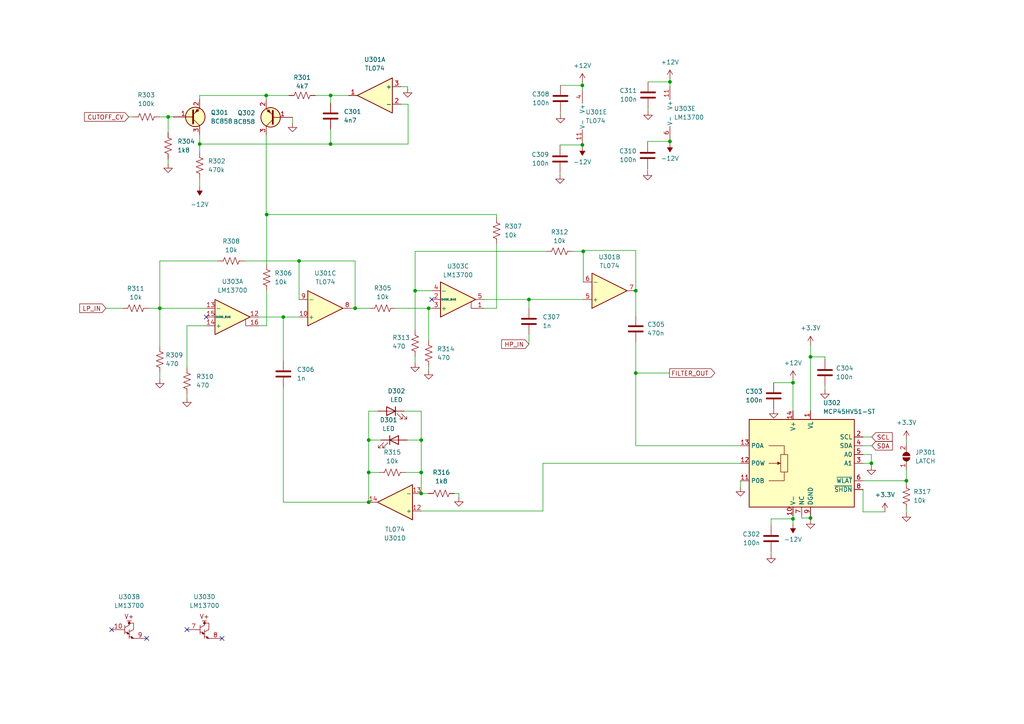
<source format=kicad_sch>
(kicad_sch (version 20230121) (generator eeschema)
  (paper "A4")
  (lib_symbols
    (symbol "Amplifier_Operational:LM13700" (pin_names (offset 0.127))
      (property "Reference" "U" (at 3.81 5.08 0))
      (property "Value" "LM13700" (at 5.08 -5.08 0))
      (symbol "LM13700_1_1"
        (polyline (pts (xy 3.81 -0.635) (xy 3.81 -2.54) (xy 5.08 -2.54)))
        (polyline (pts (xy 5.08 0) (xy -5.08 -5.08) (xy -5.08 5.08) (xy 5.08 0)) (stroke (width 0.254)) (fill (type background)))
        (pin output line (at 7.62 0 180) (length 2.54) (name "~") (number "12"))
        (pin input line (at -7.62 2.54 0) (length 2.54) (name "-") (number "13"))
        (pin input line (at -7.62 -2.54 0) (length 2.54) (name "+") (number "14"))
        (pin input line (at -7.62 0 0) (length 2.54) (name "DIODE_BIAS") (number "15"))
        (pin input line (at 7.62 -2.54 180) (length 2.54) (name "~") (number "16"))
      )
      (symbol "LM13700_2_0"
        (polyline (pts (xy -1.905 2.54) (xy -3.175 2.54)))
      )
      (symbol "LM13700_2_1"
        (circle (center -2.54 1.905) (radius 0.254) (stroke (width 0.254)) (fill (type outline)))
        (polyline (pts (xy -3.81 -0.635) (xy -2.54 -1.27)))
        (polyline (pts (xy -3.81 1.27) (xy -3.81 -1.27)))
        (polyline (pts (xy -2.54 -1.905) (xy -1.27 -2.54)))
        (polyline (pts (xy -2.54 0) (xy -2.54 -2.54)))
        (polyline (pts (xy -3.81 0.635) (xy -2.54 1.27) (xy -2.54 1.905) (xy -2.54 2.54)))
        (polyline (pts (xy -2.54 -1.27) (xy -3.175 -0.635) (xy -3.175 -1.27) (xy -2.54 -1.27)) (fill (type outline)))
        (polyline (pts (xy -2.54 -0.635) (xy -1.27 0) (xy -1.27 1.905) (xy -2.54 1.905)))
        (polyline (pts (xy -1.27 -2.54) (xy -1.905 -1.905) (xy -1.905 -2.54) (xy -1.27 -2.54)) (fill (type outline)))
        (text "V+" (at -2.54 3.81 0) (effects (font (size 1.27 1.27))))
        (pin input line (at -7.62 0 0) (length 3.81) (name "~") (number "10"))
        (pin output line (at 2.54 -2.54 180) (length 3.81) (name "~") (number "9"))
      )
      (symbol "LM13700_3_1"
        (polyline (pts (xy 3.81 -0.635) (xy 3.81 -2.54) (xy 5.08 -2.54)))
        (polyline (pts (xy 5.08 0) (xy -5.08 -5.08) (xy -5.08 5.08) (xy 5.08 0)) (stroke (width 0.254)) (fill (type background)))
        (pin input line (at 7.62 -2.54 180) (length 2.54) (name "~") (number "1"))
        (pin input line (at -7.62 0 0) (length 2.54) (name "DIODE_BIAS") (number "2"))
        (pin input line (at -7.62 -2.54 0) (length 2.54) (name "+") (number "3"))
        (pin input line (at -7.62 2.54 0) (length 2.54) (name "-") (number "4"))
        (pin output line (at 7.62 0 180) (length 2.54) (name "~") (number "5"))
      )
      (symbol "LM13700_4_0"
        (polyline (pts (xy -3.175 2.54) (xy -1.905 2.54)))
        (text "V+" (at -2.54 3.81 0) (effects (font (size 1.27 1.27))))
      )
      (symbol "LM13700_4_1"
        (circle (center -2.54 1.905) (radius 0.254) (stroke (width 0.254)) (fill (type outline)))
        (polyline (pts (xy -3.81 -0.635) (xy -2.54 -1.27)))
        (polyline (pts (xy -3.81 1.27) (xy -3.81 -1.27)))
        (polyline (pts (xy -2.54 -1.905) (xy -1.27 -2.54)))
        (polyline (pts (xy -2.54 0) (xy -2.54 -2.54)))
        (polyline (pts (xy -3.81 0.635) (xy -2.54 1.27) (xy -2.54 2.54)))
        (polyline (pts (xy -2.54 -1.27) (xy -3.175 -0.635) (xy -3.175 -1.27) (xy -2.54 -1.27)) (fill (type outline)))
        (polyline (pts (xy -2.54 -0.635) (xy -1.27 0) (xy -1.27 1.905) (xy -2.54 1.905)))
        (polyline (pts (xy -1.27 -2.54) (xy -1.905 -1.905) (xy -1.905 -2.54) (xy -1.27 -2.54)) (fill (type outline)))
        (pin input line (at -7.62 0 0) (length 3.81) (name "~") (number "7"))
        (pin output line (at 2.54 -2.54 180) (length 3.81) (name "~") (number "8"))
      )
      (symbol "LM13700_5_1"
        (pin power_in line (at -2.54 7.62 270) (length 3.81) (name "V+") (number "11"))
        (pin power_in line (at -2.54 -7.62 90) (length 3.81) (name "V-") (number "6"))
      )
    )
    (symbol "Amplifier_Operational:TL074" (pin_names (offset 0.127))
      (property "Reference" "U" (at 0 5.08 0))
      (property "Value" "TL074" (at 0 -5.08 0))
      (symbol "TL074_1_1"
        (polyline (pts (xy -5.08 5.08) (xy 5.08 0) (xy -5.08 -5.08) (xy -5.08 5.08)) (stroke (width 0.254)) (fill (type background)))
        (pin output line (at 7.62 0 180) (length 2.54) (name "~") (number "1"))
        (pin input line (at -7.62 -2.54 0) (length 2.54) (name "-") (number "2"))
        (pin input line (at -7.62 2.54 0) (length 2.54) (name "+") (number "3"))
      )
      (symbol "TL074_2_1"
        (polyline (pts (xy -5.08 5.08) (xy 5.08 0) (xy -5.08 -5.08) (xy -5.08 5.08)) (stroke (width 0.254)) (fill (type background)))
        (pin input line (at -7.62 2.54 0) (length 2.54) (name "+") (number "5"))
        (pin input line (at -7.62 -2.54 0) (length 2.54) (name "-") (number "6"))
        (pin output line (at 7.62 0 180) (length 2.54) (name "~") (number "7"))
      )
      (symbol "TL074_3_1"
        (polyline (pts (xy -5.08 5.08) (xy 5.08 0) (xy -5.08 -5.08) (xy -5.08 5.08)) (stroke (width 0.254)) (fill (type background)))
        (pin input line (at -7.62 2.54 0) (length 2.54) (name "+") (number "10"))
        (pin output line (at 7.62 0 180) (length 2.54) (name "~") (number "8"))
        (pin input line (at -7.62 -2.54 0) (length 2.54) (name "-") (number "9"))
      )
      (symbol "TL074_4_1"
        (polyline (pts (xy -5.08 5.08) (xy 5.08 0) (xy -5.08 -5.08) (xy -5.08 5.08)) (stroke (width 0.254)) (fill (type background)))
        (pin input line (at -7.62 2.54 0) (length 2.54) (name "+") (number "12"))
        (pin input line (at -7.62 -2.54 0) (length 2.54) (name "-") (number "13"))
        (pin output line (at 7.62 0 180) (length 2.54) (name "~") (number "14"))
      )
      (symbol "TL074_5_1"
        (pin power_in line (at -2.54 -7.62 90) (length 3.81) (name "V-") (number "11"))
        (pin power_in line (at -2.54 7.62 270) (length 3.81) (name "V+") (number "4"))
      )
    )
    (symbol "Device:C" (pin_numbers hide) (pin_names (offset 0.254))
      (property "Reference" "C" (at 0.635 2.54 0))
      (property "Value" "C" (at 0.635 -2.54 0))
      (symbol "C_0_1"
        (polyline (pts (xy -2.032 -0.762) (xy 2.032 -0.762)) (stroke (width 0.508)))
        (polyline (pts (xy -2.032 0.762) (xy 2.032 0.762)) (stroke (width 0.508)))
      )
      (symbol "C_1_1"
        (pin passive line (at 0 3.81 270) (length 2.794) (name "~") (number "1"))
        (pin passive line (at 0 -3.81 90) (length 2.794) (name "~") (number "2"))
      )
    )
    (symbol "Device:LED" (pin_numbers hide) (pin_names (offset 1.016) hide)
      (property "Reference" "D" (at 0 2.54 0))
      (property "Value" "LED" (at 0 -2.54 0))
      (symbol "LED_0_1"
        (polyline (pts (xy -1.27 -1.27) (xy -1.27 1.27)) (stroke (width 0.254)))
        (polyline (pts (xy -1.27 0) (xy 1.27 0)))
        (polyline (pts (xy 1.27 -1.27) (xy 1.27 1.27) (xy -1.27 0) (xy 1.27 -1.27)) (stroke (width 0.254)))
        (polyline (pts (xy -3.048 -0.762) (xy -4.572 -2.286) (xy -3.81 -2.286) (xy -4.572 -2.286) (xy -4.572 -1.524)))
        (polyline (pts (xy -1.778 -0.762) (xy -3.302 -2.286) (xy -2.54 -2.286) (xy -3.302 -2.286) (xy -3.302 -1.524)))
      )
      (symbol "LED_1_1"
        (pin passive line (at -3.81 0 0) (length 2.54) (name "K") (number "1"))
        (pin passive line (at 3.81 0 180) (length 2.54) (name "A") (number "2"))
      )
    )
    (symbol "Device:R_US" (pin_numbers hide) (pin_names (offset 0))
      (property "Reference" "R" (at 2.54 0 90))
      (property "Value" "R_US" (at -2.54 0 90))
      (symbol "R_US_0_1"
        (polyline (pts (xy 0 -2.286) (xy 0 -2.54)))
        (polyline (pts (xy 0 2.286) (xy 0 2.54)))
        (polyline (pts (xy 0 -0.762) (xy 1.016 -1.143) (xy 0 -1.524) (xy -1.016 -1.905) (xy 0 -2.286)))
        (polyline (pts (xy 0 0.762) (xy 1.016 0.381) (xy 0 0) (xy -1.016 -0.381) (xy 0 -0.762)))
        (polyline (pts (xy 0 2.286) (xy 1.016 1.905) (xy 0 1.524) (xy -1.016 1.143) (xy 0 0.762)))
      )
      (symbol "R_US_1_1"
        (pin passive line (at 0 3.81 270) (length 1.27) (name "~") (number "1"))
        (pin passive line (at 0 -3.81 90) (length 1.27) (name "~") (number "2"))
      )
    )
    (symbol "Jumper:SolderJumper_2_Open" (pin_names (offset 0) hide)
      (property "Reference" "JP" (at 0 2.032 0))
      (property "Value" "SolderJumper_2_Open" (at 0 -2.54 0))
      (symbol "SolderJumper_2_Open_0_1"
        (arc (start -0.254 1.016) (mid -1.2656 0) (end -0.254 -1.016))
        (arc (start -0.254 1.016) (mid -1.2656 0) (end -0.254 -1.016) (fill (type outline)))
        (polyline (pts (xy -0.254 1.016) (xy -0.254 -1.016)))
        (polyline (pts (xy 0.254 1.016) (xy 0.254 -1.016)))
        (arc (start 0.254 -1.016) (mid 1.2656 0) (end 0.254 1.016))
        (arc (start 0.254 -1.016) (mid 1.2656 0) (end 0.254 1.016) (fill (type outline)))
      )
      (symbol "SolderJumper_2_Open_1_1"
        (pin passive line (at -3.81 0 0) (length 2.54) (name "A") (number "1"))
        (pin passive line (at 3.81 0 180) (length 2.54) (name "B") (number "2"))
      )
    )
    (symbol "PCM_Transistor_BJT_AKL:BC858" (pin_names hide)
      (property "Reference" "Q" (at 5.08 1.27 0))
      (property "Value" "BC858" (at 5.08 -1.27 0))
      (symbol "BC858_0_1"
        (polyline (pts (xy 0.635 -0.635) (xy 2.54 -2.54)))
        (polyline (pts (xy 0.635 -1.905) (xy 0.635 1.905) (xy 0.635 1.905)) (stroke (width 0.508)))
        (polyline (pts (xy 0.635 0.635) (xy 2.54 2.54) (xy 2.54 2.54)))
        (polyline (pts (xy 2.286 1.778) (xy 1.778 2.286) (xy 1.27 1.27) (xy 2.286 1.778) (xy 2.286 1.778)) (fill (type outline)))
        (circle (center 1.27 0) (radius 2.8194) (stroke (width 0.254)) (fill (type background)))
      )
      (symbol "BC858_1_1"
        (pin input line (at -5.08 0 0) (length 5.715) (name "B") (number "1"))
        (pin passive line (at 2.54 5.08 270) (length 2.54) (name "E") (number "2"))
        (pin passive line (at 2.54 -5.08 90) (length 2.54) (name "C") (number "3"))
      )
    )
    (symbol "Potentiometer_Digital:MCP45HV51-ST"
      (property "Reference" "U" (at -13.97 13.97 0))
      (property "Value" "MCP45HV51-ST" (at 11.43 13.97 0))
      (symbol "MCP45HV51-ST_0_1"
        (polyline (pts (xy 9.525 0) (xy 6.223 0)))
        (polyline (pts (xy 5.08 -2.54) (xy 5.08 -5.08) (xy 9.525 -5.08)))
        (polyline (pts (xy 5.08 2.54) (xy 5.08 5.08) (xy 9.525 5.08)))
        (polyline (pts (xy 6.223 0) (xy 6.985 0.381) (xy 6.985 -0.381) (xy 6.223 0)) (fill (type outline)))
        (polyline (pts (xy 6.096 2.54) (xy 4.064 2.54) (xy 4.064 -2.54) (xy 6.096 -2.54) (xy 6.096 2.54)))
      )
      (symbol "MCP45HV51-ST_1_1"
        (rectangle (start -15.24 12.7) (end 15.24 -12.7) (stroke (width 0.254)) (fill (type background)))
        (pin power_in line (at -2.54 15.24 270) (length 2.54) (name "VL") (number "1"))
        (pin power_in line (at 2.54 -15.24 90) (length 2.54) (name "V-") (number "10"))
        (pin passive line (at 17.78 -5.08 180) (length 2.54) (name "P0B") (number "11"))
        (pin passive line (at 17.78 0 180) (length 2.54) (name "P0W") (number "12"))
        (pin passive line (at 17.78 5.08 180) (length 2.54) (name "P0A") (number "13"))
        (pin power_in line (at 2.54 15.24 270) (length 2.54) (name "V+") (number "14"))
        (pin input line (at -17.78 7.62 0) (length 2.54) (name "SCL") (number "2"))
        (pin input line (at -17.78 0 0) (length 2.54) (name "A1") (number "3"))
        (pin bidirectional line (at -17.78 5.08 0) (length 2.54) (name "SDA") (number "4"))
        (pin input line (at -17.78 2.54 0) (length 2.54) (name "A0") (number "5"))
        (pin input line (at -17.78 -5.08 0) (length 2.54) (name "~{WLAT}") (number "6"))
        (pin passive line (at 0 -15.24 90) (length 2.54) (name "NC") (number "7"))
        (pin input line (at -17.78 -7.62 0) (length 2.54) (name "~{SHDN}") (number "8"))
        (pin power_in line (at -2.54 -15.24 90) (length 2.54) (name "DGND") (number "9"))
      )
    )
    (symbol "power:+12V" (power) (pin_names (offset 0))
      (property "Value" "+12V" (at 0 3.556 0))
      (symbol "+12V_0_1"
        (polyline (pts (xy -0.762 1.27) (xy 0 2.54)))
        (polyline (pts (xy 0 0) (xy 0 2.54)))
        (polyline (pts (xy 0 2.54) (xy 0.762 1.27)))
      )
      (symbol "+12V_1_1"
        (pin power_in line (at 0 0 90) (length 0) hide (name "+12V") (number "1"))
      )
    )
    (symbol "power:+3.3V" (power) (pin_names (offset 0))
      (property "Value" "+3.3V" (at 0 3.556 0))
      (symbol "+3.3V_0_1"
        (polyline (pts (xy -0.762 1.27) (xy 0 2.54)))
        (polyline (pts (xy 0 0) (xy 0 2.54)))
        (polyline (pts (xy 0 2.54) (xy 0.762 1.27)))
      )
      (symbol "+3.3V_1_1"
        (pin power_in line (at 0 0 90) (length 0) hide (name "+3.3V") (number "1"))
      )
    )
    (symbol "power:-12V" (power) (pin_names (offset 0))
      (property "Value" "-12V" (at 0 3.81 0))
      (symbol "-12V_0_0"
        (pin power_in line (at 0 0 90) (length 0) hide (name "-12V") (number "1"))
      )
      (symbol "-12V_0_1"
        (polyline (pts (xy 0 0) (xy 0 1.27) (xy 0.762 1.27) (xy 0 2.54) (xy -0.762 1.27) (xy 0 1.27)) (fill (type outline)))
      )
    )
    (symbol "power:GND" (power) (pin_names (offset 0))
      (symbol "GND_0_1"
        (polyline (pts (xy 0 0) (xy 0 -1.27) (xy 1.27 -1.27) (xy 0 -2.54) (xy -1.27 -1.27) (xy 0 -1.27)))
      )
      (symbol "GND_1_1"
        (pin power_in line (at 0 0 270) (length 0) hide (name "GND") (number "1"))
      )
    )
  )
  (junction (at 122.174 137.033))
  (junction (at 57.912 41.783))
  (junction (at 48.768 33.909))
  (junction (at 184.404 108.204))
  (junction (at 168.91 24.765))
  (junction (at 235.077 150.241))
  (junction (at 229.997 110.998))
  (junction (at 194.31 23.749))
  (junction (at 252.73 134.366))
  (junction (at 229.997 150.495))
  (junction (at 77.343 62.23))
  (junction (at 95.885 41.783))
  (junction (at 46.355 89.408))
  (junction (at 153.416 86.868))
  (junction (at 102.997 89.408))
  (junction (at 124.333 89.408))
  (junction (at 169.164 72.898))
  (junction (at 86.741 75.692))
  (junction (at 106.934 137.033))
  (junction (at 194.31 41.021))
  (junction (at 262.89 139.446))
  (junction (at 184.404 84.328))
  (junction (at 235.077 103.505))
  (junction (at 122.174 143.129))
  (junction (at 122.174 127.635))
  (junction (at 82.169 91.948))
  (junction (at 106.934 145.669))
  (junction (at 77.216 27.686))
  (junction (at 106.934 127.635))
  (junction (at 95.885 27.686))
  (junction (at 120.396 84.328))
  (junction (at 168.91 42.037))
  (no_connect (at 54.229 182.626))
  (no_connect (at 32.385 182.626))
  (no_connect (at 125.222 86.868))
  (no_connect (at 59.817 91.948))
  (no_connect (at 64.389 185.166))
  (no_connect (at 42.545 185.166))
  (wire (pts (xy 169.164 81.788) (xy 169.164 72.898)))
  (wire (pts (xy 117.602 137.033) (xy 122.174 137.033)))
  (wire (pts (xy 235.077 103.505) (xy 235.077 119.126)))
  (wire (pts (xy 162.433 42.291) (xy 162.433 42.037)))
  (wire (pts (xy 70.866 75.692) (xy 86.741 75.692)))
  (wire (pts (xy 229.997 150.495) (xy 229.997 152.019)))
  (wire (pts (xy 106.934 127.635) (xy 106.934 137.033)))
  (wire (pts (xy 262.89 139.446) (xy 262.89 140.081)))
  (wire (pts (xy 194.31 41.021) (xy 194.31 41.529)))
  (wire (pts (xy 262.89 147.701) (xy 262.89 148.717)))
  (wire (pts (xy 86.741 86.868) (xy 86.741 75.692)))
  (wire (pts (xy 82.169 112.268) (xy 82.169 145.669)))
  (wire (pts (xy 114.808 89.408) (xy 124.333 89.408)))
  (wire (pts (xy 102.997 89.408) (xy 107.188 89.408)))
  (wire (pts (xy 43.18 89.408) (xy 46.355 89.408)))
  (wire (pts (xy 82.169 91.948) (xy 75.057 91.948)))
  (wire (pts (xy 162.56 32.385) (xy 162.56 33.147)))
  (wire (pts (xy 252.73 134.366) (xy 252.73 135.128)))
  (wire (pts (xy 77.216 27.686) (xy 77.216 28.956)))
  (wire (pts (xy 250.317 126.746) (xy 252.857 126.746)))
  (wire (pts (xy 109.982 137.033) (xy 106.934 137.033)))
  (wire (pts (xy 162.433 49.911) (xy 162.433 50.673)))
  (wire (pts (xy 140.462 89.408) (xy 144.018 89.408)))
  (wire (pts (xy 116.332 25.146) (xy 118.237 25.146)))
  (wire (pts (xy 124.333 106.299) (xy 124.333 107.442)))
  (wire (pts (xy 106.934 137.033) (xy 106.934 145.669)))
  (wire (pts (xy 57.912 38.989) (xy 57.912 41.783)))
  (wire (pts (xy 77.343 94.488) (xy 77.343 84.328)))
  (wire (pts (xy 46.355 108.077) (xy 46.355 109.982)))
  (wire (pts (xy 232.537 150.241) (xy 235.077 150.241)))
  (wire (pts (xy 106.934 145.669) (xy 82.169 145.669)))
  (wire (pts (xy 224.409 110.998) (xy 229.997 110.998)))
  (wire (pts (xy 30.734 89.408) (xy 35.56 89.408)))
  (wire (pts (xy 168.91 24.765) (xy 168.91 26.162)))
  (wire (pts (xy 194.31 22.86) (xy 194.31 23.749)))
  (wire (pts (xy 223.647 150.495) (xy 229.997 150.495)))
  (wire (pts (xy 118.237 25.146) (xy 118.237 25.654)))
  (wire (pts (xy 262.89 127.508) (xy 262.89 128.651)))
  (wire (pts (xy 54.229 114.3) (xy 54.229 115.443)))
  (wire (pts (xy 168.91 42.037) (xy 168.91 42.545)))
  (wire (pts (xy 250.317 139.446) (xy 262.89 139.446)))
  (wire (pts (xy 106.934 119.253) (xy 106.934 127.635)))
  (wire (pts (xy 235.077 149.606) (xy 235.077 150.241)))
  (wire (pts (xy 224.409 118.618) (xy 224.409 118.745)))
  (wire (pts (xy 118.364 41.783) (xy 118.364 30.226)))
  (wire (pts (xy 120.396 84.328) (xy 125.222 84.328)))
  (wire (pts (xy 153.416 86.868) (xy 169.164 86.868)))
  (wire (pts (xy 122.174 127.635) (xy 122.174 137.033)))
  (wire (pts (xy 86.741 75.692) (xy 102.997 75.692)))
  (wire (pts (xy 214.757 134.366) (xy 157.48 134.366)))
  (wire (pts (xy 37.338 33.909) (xy 38.608 33.909)))
  (wire (pts (xy 48.768 33.909) (xy 50.292 33.909)))
  (wire (pts (xy 77.216 62.23) (xy 77.343 62.23)))
  (wire (pts (xy 235.077 100.076) (xy 235.077 103.505)))
  (wire (pts (xy 235.077 150.241) (xy 235.077 150.749)))
  (wire (pts (xy 250.317 141.986) (xy 250.317 148.463)))
  (wire (pts (xy 122.174 119.253) (xy 122.174 127.635)))
  (wire (pts (xy 101.981 89.408) (xy 102.997 89.408)))
  (wire (pts (xy 57.912 41.783) (xy 95.885 41.783)))
  (wire (pts (xy 54.229 106.68) (xy 54.229 94.488)))
  (wire (pts (xy 239.268 103.505) (xy 235.077 103.505)))
  (wire (pts (xy 124.333 89.408) (xy 124.333 98.679)))
  (wire (pts (xy 95.885 27.686) (xy 95.885 29.845)))
  (wire (pts (xy 162.433 42.037) (xy 168.91 42.037)))
  (wire (pts (xy 57.912 27.686) (xy 77.216 27.686)))
  (wire (pts (xy 54.229 94.488) (xy 59.817 94.488)))
  (wire (pts (xy 239.268 104.267) (xy 239.268 103.505)))
  (wire (pts (xy 95.885 41.783) (xy 118.364 41.783)))
  (wire (pts (xy 187.96 31.369) (xy 187.96 32.131)))
  (wire (pts (xy 120.396 103.378) (xy 120.396 105.283)))
  (wire (pts (xy 187.833 41.021) (xy 194.31 41.021)))
  (wire (pts (xy 122.174 137.033) (xy 122.174 143.129)))
  (wire (pts (xy 144.018 89.408) (xy 144.018 70.739)))
  (wire (pts (xy 168.91 41.402) (xy 168.91 42.037)))
  (wire (pts (xy 157.48 134.366) (xy 157.48 148.209)))
  (wire (pts (xy 158.496 72.898) (xy 120.396 72.898)))
  (wire (pts (xy 117.221 119.253) (xy 122.174 119.253)))
  (wire (pts (xy 102.997 75.692) (xy 102.997 89.408)))
  (wire (pts (xy 75.057 94.488) (xy 77.343 94.488)))
  (wire (pts (xy 184.404 99.187) (xy 184.404 108.204)))
  (wire (pts (xy 106.934 127.635) (xy 110.49 127.635)))
  (wire (pts (xy 84.836 34.036) (xy 84.836 35.687)))
  (wire (pts (xy 48.768 46.101) (xy 48.768 47.498)))
  (wire (pts (xy 239.268 111.887) (xy 239.268 113.03)))
  (wire (pts (xy 46.228 33.909) (xy 48.768 33.909)))
  (wire (pts (xy 120.396 72.898) (xy 120.396 84.328)))
  (wire (pts (xy 252.73 131.826) (xy 252.73 134.366)))
  (wire (pts (xy 86.741 91.948) (xy 82.169 91.948)))
  (wire (pts (xy 95.885 27.686) (xy 101.092 27.686)))
  (wire (pts (xy 250.317 131.826) (xy 252.73 131.826)))
  (wire (pts (xy 169.164 72.898) (xy 169.164 72.644)))
  (wire (pts (xy 124.333 89.408) (xy 125.222 89.408)))
  (wire (pts (xy 214.757 139.446) (xy 214.757 141.351)))
  (wire (pts (xy 118.11 127.635) (xy 122.174 127.635)))
  (wire (pts (xy 187.833 48.895) (xy 187.833 49.657)))
  (wire (pts (xy 133.096 143.129) (xy 133.096 144.272)))
  (wire (pts (xy 229.997 110.998) (xy 229.997 119.126)))
  (wire (pts (xy 122.174 148.209) (xy 157.48 148.209)))
  (wire (pts (xy 166.116 72.898) (xy 169.164 72.898)))
  (wire (pts (xy 140.462 86.868) (xy 153.416 86.868)))
  (wire (pts (xy 153.416 86.868) (xy 153.416 89.408)))
  (wire (pts (xy 250.317 129.286) (xy 252.857 129.286)))
  (wire (pts (xy 169.164 72.644) (xy 184.404 72.644)))
  (wire (pts (xy 48.768 33.909) (xy 48.768 38.481)))
  (wire (pts (xy 57.912 51.816) (xy 57.912 54.102)))
  (wire (pts (xy 229.997 149.606) (xy 229.997 150.495)))
  (wire (pts (xy 122.174 143.129) (xy 124.206 143.129)))
  (wire (pts (xy 95.885 37.465) (xy 95.885 41.783)))
  (wire (pts (xy 232.537 149.606) (xy 232.537 150.241)))
  (wire (pts (xy 184.404 91.567) (xy 184.404 84.328)))
  (wire (pts (xy 162.56 24.765) (xy 168.91 24.765)))
  (wire (pts (xy 118.364 30.226) (xy 116.332 30.226)))
  (wire (pts (xy 187.833 41.275) (xy 187.833 41.021)))
  (wire (pts (xy 262.89 136.271) (xy 262.89 139.446)))
  (wire (pts (xy 144.018 62.23) (xy 144.018 63.119)))
  (wire (pts (xy 57.912 41.783) (xy 57.912 44.196)))
  (wire (pts (xy 184.404 129.286) (xy 214.757 129.286)))
  (wire (pts (xy 184.404 108.204) (xy 194.183 108.204)))
  (wire (pts (xy 46.355 89.408) (xy 59.817 89.408)))
  (wire (pts (xy 82.169 91.948) (xy 82.169 104.648)))
  (wire (pts (xy 77.216 27.686) (xy 83.82 27.686)))
  (wire (pts (xy 46.355 75.692) (xy 63.246 75.692)))
  (wire (pts (xy 194.31 40.386) (xy 194.31 41.021)))
  (wire (pts (xy 77.343 62.23) (xy 77.343 76.708)))
  (wire (pts (xy 120.396 95.758) (xy 120.396 84.328)))
  (wire (pts (xy 229.997 110.109) (xy 229.997 110.998)))
  (wire (pts (xy 168.91 23.876) (xy 168.91 24.765)))
  (wire (pts (xy 250.317 148.463) (xy 256.667 148.463)))
  (wire (pts (xy 109.601 119.253) (xy 106.934 119.253)))
  (wire (pts (xy 46.355 100.457) (xy 46.355 89.408)))
  (wire (pts (xy 184.404 72.644) (xy 184.404 84.328)))
  (wire (pts (xy 184.404 108.204) (xy 184.404 129.286)))
  (wire (pts (xy 77.216 39.116) (xy 77.216 62.23)))
  (wire (pts (xy 187.96 23.749) (xy 194.31 23.749)))
  (wire (pts (xy 46.355 89.408) (xy 46.355 75.692)))
  (wire (pts (xy 194.31 23.749) (xy 194.31 25.146)))
  (wire (pts (xy 57.912 28.829) (xy 57.912 27.686)))
  (wire (pts (xy 223.647 152.4) (xy 223.647 150.495)))
  (wire (pts (xy 91.44 27.686) (xy 95.885 27.686)))
  (wire (pts (xy 77.343 62.23) (xy 144.018 62.23)))
  (wire (pts (xy 131.826 143.129) (xy 133.096 143.129)))
  (wire (pts (xy 223.647 160.02) (xy 223.647 160.782)))
  (wire (pts (xy 153.416 97.028) (xy 153.416 99.822)))
  (wire (pts (xy 250.317 134.366) (xy 252.73 134.366)))
  (global_label "HP_IN" (shape input) (at 153.416 99.822 180) (property "Intersheetrefs" "${INTERSHEET_REFS}" (effects hide)))
  (global_label "SDA" (shape input) (at 252.857 129.286 0) (property "Intersheetrefs" "${INTERSHEET_REFS}" (effects hide)))
  (global_label "SCL" (shape input) (at 252.857 126.746 0) (property "Intersheetrefs" "${INTERSHEET_REFS}" (effects hide)))
  (global_label "CUTOFF_CV" (shape input) (at 37.338 33.909 180) (property "Intersheetrefs" "${INTERSHEET_REFS}" (effects hide)))
  (global_label "LP_IN" (shape input) (at 30.734 89.408 180) (property "Intersheetrefs" "${INTERSHEET_REFS}" (effects hide)))
  (global_label "FILTER_OUT" (shape output) (at 194.183 108.204 0) (property "Intersheetrefs" "${INTERSHEET_REFS}" (effects hide)))
  (symbol (lib_id "Device:C") (at 162.56 28.575 0) (mirror y) (unit 1)
    (property "Reference" "C308" (at 159.385 27.305 0) (effects (justify left)))
    (property "Value" "100n" (at 159.385 29.845 0) (effects (justify left)))
    (property "Footprint" "Capacitor_SMD:C_0805_2012Metric" (effects hide))
  )
  (symbol (lib_id "power:GND") (at 239.268 113.03 0) (mirror y) (unit 1)
    (property "Reference" "#PWR0329" (effects hide))
    (property "Value" "GND" (effects hide))
  )
  (symbol (lib_id "power:GND") (at 214.757 141.351 0) (unit 1)
    (property "Reference" "#PWR0305" (effects hide))
    (property "Value" "GND" (effects hide))
  )
  (symbol (lib_id "power:+3.3V") (at 235.077 100.076 0) (unit 1)
    (property "Reference" "#PWR0328" (effects hide))
    (property "Value" "+3.3V" (at 235.077 95.123 0))
  )
  (symbol (lib_id "Device:R_US") (at 54.229 110.49 180) (unit 1)
    (property "Reference" "R310" (at 56.896 109.22 0) (effects (justify right)))
    (property "Value" "470" (at 56.896 111.76 0) (effects (justify right)))
    (property "Footprint" "PCM_Resistor_SMD_AKL:R_0805_2012Metric" (effects hide))
  )
  (symbol (lib_id "Device:LED") (at 114.3 127.635 0) (unit 1)
    (property "Reference" "D301" (at 112.7125 121.793 0))
    (property "Value" "LED" (at 112.7125 124.333 0))
    (property "Footprint" "LED_SMD:LED_0805_2012Metric" (effects hide))
  )
  (symbol (lib_id "Amplifier_Operational:TL074") (at 166.37 33.782 0) (mirror y) (unit 5)
    (property "Reference" "U301" (at 169.799 32.512 0) (effects (justify right)))
    (property "Value" "TL074" (at 169.799 35.052 0) (effects (justify right)))
    (property "Footprint" "Package_SO:SOIC-14_3.9x8.7mm_P1.27mm" (effects hide))
    (property "Datasheet" "http://www.ti.com/lit/ds/symlink/tl071.pdf" (effects hide))
  )
  (symbol (lib_id "power:+3.3V") (at 262.89 127.508 0) (unit 1)
    (property "Reference" "#PWR0321" (effects hide))
    (property "Value" "+3.3V" (at 262.89 122.555 0))
  )
  (symbol (lib_id "Device:R_US") (at 46.355 104.267 180) (unit 1)
    (property "Reference" "R309" (at 48.006 102.997 0) (effects (justify right)))
    (property "Value" "470" (at 48.006 105.537 0) (effects (justify right)))
    (property "Footprint" "PCM_Resistor_SMD_AKL:R_0805_2012Metric" (effects hide))
  )
  (symbol (lib_id "Amplifier_Operational:LM13700") (at 196.85 32.766 0) (unit 5)
    (property "Reference" "U303" (at 195.453 31.496 0) (effects (justify left)))
    (property "Value" "LM13700" (at 195.453 34.036 0) (effects (justify left)))
    (property "Footprint" "Package_SO:SOIC-16_3.9x9.9mm_P1.27mm" (effects hide))
    (property "Datasheet" "http://www.ti.com/lit/ds/symlink/lm13700.pdf" (effects hide))
  )
  (symbol (lib_id "power:GND") (at 120.396 105.283 0) (unit 1)
    (property "Reference" "#PWR0312" (effects hide))
    (property "Value" "GND" (effects hide))
  )
  (symbol (lib_id "Device:C") (at 82.169 108.458 0) (unit 1)
    (property "Reference" "C306" (at 86.106 107.188 0) (effects (justify left)))
    (property "Value" "1n" (at 86.106 109.728 0) (effects (justify left)))
    (property "Footprint" "Capacitor_SMD:C_0805_2012Metric" (effects hide))
  )
  (symbol (lib_id "Device:R_US") (at 57.912 48.006 180) (unit 1)
    (property "Reference" "R302" (at 60.325 46.736 0) (effects (justify right)))
    (property "Value" "470k" (at 60.325 49.276 0) (effects (justify right)))
    (property "Footprint" "PCM_Resistor_SMD_AKL:R_0805_2012Metric" (effects hide))
  )
  (symbol (lib_id "power:GND") (at 133.096 144.272 0) (unit 1)
    (property "Reference" "#PWR0316" (effects hide))
    (property "Value" "GND" (effects hide))
  )
  (symbol (lib_id "Potentiometer_Digital:MCP45HV51-ST") (at 232.537 134.366 0) (mirror y) (unit 1)
    (property "Reference" "U302" (at 238.7031 116.84 0) (effects (justify right)))
    (property "Value" "MCP45HV51-ST" (at 238.7031 119.38 0) (effects (justify right)))
    (property "Footprint" "Package_SO:TSSOP-14_4.4x5mm_P0.65mm" (effects hide))
    (property "Datasheet" "http://ww1.microchip.com/downloads/en/DeviceDoc/20005304A.pdf" (effects hide))
  )
  (symbol (lib_id "Device:C") (at 184.404 95.377 0) (unit 1)
    (property "Reference" "C305" (at 187.706 94.107 0) (effects (justify left)))
    (property "Value" "470n" (at 187.706 96.647 0) (effects (justify left)))
    (property "Footprint" "Capacitor_SMD:C_0805_2012Metric" (effects hide))
  )
  (symbol (lib_id "power:GND") (at 84.836 35.687 0) (unit 1)
    (property "Reference" "#PWR0301" (effects hide))
    (property "Value" "GND" (effects hide))
  )
  (symbol (lib_id "Device:R_US") (at 77.343 80.518 0) (unit 1)
    (property "Reference" "R306" (at 79.629 79.248 0) (effects (justify left)))
    (property "Value" "10k" (at 79.629 81.788 0) (effects (justify left)))
    (property "Footprint" "PCM_Resistor_SMD_AKL:R_0805_2012Metric" (effects hide))
  )
  (symbol (lib_id "Device:R_US") (at 120.396 99.568 180) (unit 1)
    (property "Reference" "R313" (at 113.792 97.917 0) (effects (justify right)))
    (property "Value" "470" (at 113.792 100.457 0) (effects (justify right)))
    (property "Footprint" "PCM_Resistor_SMD_AKL:R_0805_2012Metric" (effects hide))
  )
  (symbol (lib_id "Amplifier_Operational:LM13700") (at 61.849 182.626 0) (unit 4)
    (property "Reference" "U303" (at 59.309 173.101 0))
    (property "Value" "LM13700" (at 59.309 175.641 0))
    (property "Footprint" "Package_SO:SOIC-16_3.9x9.9mm_P1.27mm" (effects hide))
    (property "Datasheet" "http://www.ti.com/lit/ds/symlink/lm13700.pdf" (effects hide))
  )
  (symbol (lib_id "Device:C") (at 95.885 33.655 0) (unit 1)
    (property "Reference" "C301" (at 99.695 32.385 0) (effects (justify left)))
    (property "Value" "4n7" (at 99.695 34.925 0) (effects (justify left)))
    (property "Footprint" "Capacitor_SMD:C_0805_2012Metric" (effects hide))
  )
  (symbol (lib_id "power:GND") (at 54.229 115.443 0) (unit 1)
    (property "Reference" "#PWR0311" (effects hide))
    (property "Value" "GND" (effects hide))
  )
  (symbol (lib_id "PCM_Transistor_BJT_AKL:BC858") (at 79.756 34.036 0) (mirror y) (unit 1)
    (property "Reference" "Q302" (at 74.041 32.766 0) (effects (justify left)))
    (property "Value" "BC858" (at 74.041 35.306 0) (effects (justify left)))
    (property "Footprint" "PCM_Package_TO_SOT_SMD_AKL:SOT-23" (effects hide))
    (property "Datasheet" "https://www.tme.eu/Document/c382caaa0cc481743f0c0197b727e2d1/BC856A.pdf" (effects hide))
  )
  (symbol (lib_id "Device:C") (at 187.833 45.085 0) (mirror y) (unit 1)
    (property "Reference" "C310" (at 184.658 43.815 0) (effects (justify left)))
    (property "Value" "100n" (at 184.658 46.355 0) (effects (justify left)))
    (property "Footprint" "Capacitor_SMD:C_0805_2012Metric" (effects hide))
  )
  (symbol (lib_id "Amplifier_Operational:LM13700") (at 67.437 91.948 0) (unit 1)
    (property "Reference" "U303" (at 67.437 81.661 0))
    (property "Value" "LM13700" (at 67.437 84.201 0))
    (property "Footprint" "Package_SO:SOIC-16_3.9x9.9mm_P1.27mm" (effects hide))
    (property "Datasheet" "http://www.ti.com/lit/ds/symlink/lm13700.pdf" (effects hide))
  )
  (symbol (lib_id "Device:R_US") (at 67.056 75.692 90) (unit 1)
    (property "Reference" "R308" (at 67.056 69.977 90))
    (property "Value" "10k" (at 67.056 72.517 90))
    (property "Footprint" "PCM_Resistor_SMD_AKL:R_0805_2012Metric" (effects hide))
  )
  (symbol (lib_id "Amplifier_Operational:TL074") (at 176.784 84.328 0) (mirror x) (unit 2)
    (property "Reference" "U301" (at 176.784 74.549 0))
    (property "Value" "TL074" (at 176.784 77.089 0))
    (property "Footprint" "Package_SO:SOIC-14_3.9x8.7mm_P1.27mm" (effects hide))
    (property "Datasheet" "http://www.ti.com/lit/ds/symlink/tl071.pdf" (effects hide))
  )
  (symbol (lib_id "PCM_Transistor_BJT_AKL:BC858") (at 55.372 33.909 0) (unit 1)
    (property "Reference" "Q301" (at 61.087 32.639 0) (effects (justify left)))
    (property "Value" "BC858" (at 61.087 35.179 0) (effects (justify left)))
    (property "Footprint" "PCM_Package_TO_SOT_SMD_AKL:SOT-23" (effects hide))
    (property "Datasheet" "https://www.tme.eu/Document/c382caaa0cc481743f0c0197b727e2d1/BC856A.pdf" (effects hide))
  )
  (symbol (lib_id "power:-12V") (at 57.912 54.102 180) (unit 1)
    (property "Reference" "#PWR0304" (effects hide))
    (property "Value" "-12V" (at 57.912 59.309 0))
  )
  (symbol (lib_id "power:GND") (at 252.73 135.128 0) (unit 1)
    (property "Reference" "#PWR0306" (effects hide))
    (property "Value" "GND" (effects hide))
  )
  (symbol (lib_id "power:+12V") (at 229.997 110.109 0) (unit 1)
    (property "Reference" "#PWR0314" (effects hide))
    (property "Value" "+12V" (at 229.997 105.283 0))
  )
  (symbol (lib_id "power:GND") (at 235.077 150.749 0) (unit 1)
    (property "Reference" "#PWR0307" (effects hide))
    (property "Value" "GND" (effects hide))
  )
  (symbol (lib_id "Jumper:SolderJumper_2_Open") (at 262.89 132.461 90) (unit 1)
    (property "Reference" "JP301" (at 265.43 131.191 90) (effects (justify right)))
    (property "Value" "LATCH" (at 265.43 133.731 90) (effects (justify right)))
    (property "Footprint" "Jumper:SolderJumper-2_P1.3mm_Open_Pad1.0x1.5mm" (effects hide))
  )
  (symbol (lib_id "Amplifier_Operational:TL074") (at 108.712 27.686 0) (mirror y) (unit 1)
    (property "Reference" "U301" (at 108.712 17.272 0))
    (property "Value" "TL074" (at 108.712 19.812 0))
    (property "Footprint" "Package_SO:SOIC-14_3.9x8.7mm_P1.27mm" (effects hide))
    (property "Datasheet" "http://www.ti.com/lit/ds/symlink/tl071.pdf" (effects hide))
  )
  (symbol (lib_id "power:GND") (at 48.768 47.498 0) (unit 1)
    (property "Reference" "#PWR0303" (effects hide))
    (property "Value" "GND" (effects hide))
  )
  (symbol (lib_id "Amplifier_Operational:LM13700") (at 40.005 182.626 0) (unit 2)
    (property "Reference" "U303" (at 37.465 173.101 0))
    (property "Value" "LM13700" (at 37.465 175.641 0))
    (property "Footprint" "Package_SO:SOIC-16_3.9x9.9mm_P1.27mm" (effects hide))
    (property "Datasheet" "http://www.ti.com/lit/ds/symlink/lm13700.pdf" (effects hide))
  )
  (symbol (lib_id "Device:C") (at 187.96 27.559 0) (mirror y) (unit 1)
    (property "Reference" "C311" (at 184.785 26.289 0) (effects (justify left)))
    (property "Value" "100n" (at 184.785 28.829 0) (effects (justify left)))
    (property "Footprint" "Capacitor_SMD:C_0805_2012Metric" (effects hide))
  )
  (symbol (lib_id "power:GND") (at 187.833 49.657 0) (mirror y) (unit 1)
    (property "Reference" "#PWR0324" (effects hide))
    (property "Value" "GND" (effects hide))
  )
  (symbol (lib_id "Device:R_US") (at 162.306 72.898 90) (unit 1)
    (property "Reference" "R312" (at 162.306 67.31 90))
    (property "Value" "10k" (at 162.306 69.85 90))
    (property "Footprint" "PCM_Resistor_SMD_AKL:R_0805_2012Metric" (effects hide))
  )
  (symbol (lib_id "power:GND") (at 124.333 107.442 0) (unit 1)
    (property "Reference" "#PWR0313" (effects hide))
    (property "Value" "GND" (effects hide))
  )
  (symbol (lib_id "Device:C") (at 153.416 93.218 0) (unit 1)
    (property "Reference" "C307" (at 157.353 91.948 0) (effects (justify left)))
    (property "Value" "1n" (at 157.353 94.488 0) (effects (justify left)))
    (property "Footprint" "Capacitor_SMD:C_0805_2012Metric" (effects hide))
  )
  (symbol (lib_id "power:GND") (at 46.355 109.982 0) (unit 1)
    (property "Reference" "#PWR0310" (effects hide))
    (property "Value" "GND" (effects hide))
  )
  (symbol (lib_id "Device:R_US") (at 262.89 143.891 0) (unit 1)
    (property "Reference" "R317" (at 264.922 142.621 0) (effects (justify left)))
    (property "Value" "10k" (at 264.922 145.161 0) (effects (justify left)))
    (property "Footprint" "PCM_Resistor_SMD_AKL:R_0805_2012Metric" (effects hide))
  )
  (symbol (lib_id "power:+12V") (at 194.31 22.86 0) (unit 1)
    (property "Reference" "#PWR0326" (effects hide))
    (property "Value" "+12V" (at 194.31 18.034 0))
  )
  (symbol (lib_id "Device:R_US") (at 128.016 143.129 270) (unit 1)
    (property "Reference" "R316" (at 128.016 137.033 90))
    (property "Value" "1k8" (at 128.016 139.573 90))
    (property "Footprint" "PCM_Resistor_SMD_AKL:R_0805_2012Metric" (effects hide))
  )
  (symbol (lib_id "Amplifier_Operational:LM13700") (at 132.842 86.868 0) (unit 3)
    (property "Reference" "U303" (at 132.842 77.216 0))
    (property "Value" "LM13700" (at 132.842 79.756 0))
    (property "Footprint" "Package_SO:SOIC-16_3.9x9.9mm_P1.27mm" (effects hide))
    (property "Datasheet" "http://www.ti.com/lit/ds/symlink/lm13700.pdf" (effects hide))
  )
  (symbol (lib_id "Device:C") (at 223.647 156.21 0) (mirror y) (unit 1)
    (property "Reference" "C302" (at 220.472 154.94 0) (effects (justify left)))
    (property "Value" "100n" (at 220.472 157.48 0) (effects (justify left)))
    (property "Footprint" "Capacitor_SMD:C_0805_2012Metric" (effects hide))
  )
  (symbol (lib_id "power:-12V") (at 194.31 41.529 180) (unit 1)
    (property "Reference" "#PWR0327" (effects hide))
    (property "Value" "-12V" (at 194.31 45.974 0))
  )
  (symbol (lib_id "power:GND") (at 223.647 160.782 0) (mirror y) (unit 1)
    (property "Reference" "#PWR0309" (effects hide))
    (property "Value" "GND" (effects hide))
  )
  (symbol (lib_id "power:GND") (at 118.237 25.654 0) (unit 1)
    (property "Reference" "#PWR0302" (effects hide))
    (property "Value" "GND" (effects hide))
  )
  (symbol (lib_id "Device:R_US") (at 113.792 137.033 270) (unit 1)
    (property "Reference" "R315" (at 113.792 131.191 90))
    (property "Value" "10k" (at 113.792 133.731 90))
    (property "Footprint" "PCM_Resistor_SMD_AKL:R_0805_2012Metric" (effects hide))
  )
  (symbol (lib_id "Device:R_US") (at 42.418 33.909 270) (unit 1)
    (property "Reference" "R303" (at 42.418 27.559 90))
    (property "Value" "100k" (at 42.418 30.099 90))
    (property "Footprint" "PCM_Resistor_SMD_AKL:R_0805_2012Metric" (effects hide))
  )
  (symbol (lib_id "Device:R_US") (at 124.333 102.489 180) (unit 1)
    (property "Reference" "R314" (at 126.746 101.219 0) (effects (justify right)))
    (property "Value" "470" (at 126.746 103.759 0) (effects (justify right)))
    (property "Footprint" "PCM_Resistor_SMD_AKL:R_0805_2012Metric" (effects hide))
  )
  (symbol (lib_id "power:+3.3V") (at 256.667 148.463 0) (unit 1)
    (property "Reference" "#PWR0317" (effects hide))
    (property "Value" "+3.3V" (at 256.667 143.51 0))
  )
  (symbol (lib_id "Device:R_US") (at 48.768 42.291 0) (unit 1)
    (property "Reference" "R304" (at 51.435 41.021 0) (effects (justify left)))
    (property "Value" "1k8" (at 51.435 43.561 0) (effects (justify left)))
    (property "Footprint" "PCM_Resistor_SMD_AKL:R_0805_2012Metric" (effects hide))
  )
  (symbol (lib_id "Device:R_US") (at 39.37 89.408 90) (unit 1)
    (property "Reference" "R311" (at 39.37 83.693 90))
    (property "Value" "10k" (at 39.37 86.233 90))
    (property "Footprint" "PCM_Resistor_SMD_AKL:R_0805_2012Metric" (effects hide))
  )
  (symbol (lib_id "power:+12V") (at 168.91 23.876 0) (unit 1)
    (property "Reference" "#PWR0318" (effects hide))
    (property "Value" "+12V" (at 168.91 19.05 0))
  )
  (symbol (lib_id "Device:R_US") (at 110.998 89.408 270) (unit 1)
    (property "Reference" "R305" (at 110.998 83.566 90))
    (property "Value" "10k" (at 110.998 86.106 90))
    (property "Footprint" "PCM_Resistor_SMD_AKL:R_0805_2012Metric" (effects hide))
  )
  (symbol (lib_id "power:GND") (at 187.96 32.131 0) (mirror y) (unit 1)
    (property "Reference" "#PWR0325" (effects hide))
    (property "Value" "GND" (effects hide))
  )
  (symbol (lib_id "power:-12V") (at 229.997 152.019 180) (unit 1)
    (property "Reference" "#PWR0308" (effects hide))
    (property "Value" "-12V" (at 229.997 156.464 0))
  )
  (symbol (lib_id "power:-12V") (at 168.91 42.545 180) (unit 1)
    (property "Reference" "#PWR0319" (effects hide))
    (property "Value" "-12V" (at 168.91 46.99 0))
  )
  (symbol (lib_id "Device:C") (at 224.409 114.808 0) (mirror y) (unit 1)
    (property "Reference" "C303" (at 221.234 113.538 0) (effects (justify left)))
    (property "Value" "100n" (at 221.234 116.078 0) (effects (justify left)))
    (property "Footprint" "Capacitor_SMD:C_0805_2012Metric" (effects hide))
  )
  (symbol (lib_id "Device:R_US") (at 144.018 66.929 0) (unit 1)
    (property "Reference" "R307" (at 146.304 65.659 0) (effects (justify left)))
    (property "Value" "10k" (at 146.304 68.199 0) (effects (justify left)))
    (property "Footprint" "PCM_Resistor_SMD_AKL:R_0805_2012Metric" (effects hide))
  )
  (symbol (lib_id "power:GND") (at 224.409 118.745 0) (mirror y) (unit 1)
    (property "Reference" "#PWR0315" (effects hide))
    (property "Value" "GND" (effects hide))
  )
  (symbol (lib_id "Device:C") (at 162.433 46.101 0) (mirror y) (unit 1)
    (property "Reference" "C309" (at 159.258 44.831 0) (effects (justify left)))
    (property "Value" "100n" (at 159.258 47.371 0) (effects (justify left)))
    (property "Footprint" "Capacitor_SMD:C_0805_2012Metric" (effects hide))
  )
  (symbol (lib_id "Device:R_US") (at 87.63 27.686 90) (unit 1)
    (property "Reference" "R301" (at 87.63 22.479 90))
    (property "Value" "4k7" (at 87.63 25.019 90))
    (property "Footprint" "PCM_Resistor_SMD_AKL:R_0805_2012Metric" (effects hide))
  )
  (symbol (lib_id "power:GND") (at 262.89 148.717 0) (mirror y) (unit 1)
    (property "Reference" "#PWR0320" (effects hide))
    (property "Value" "GND" (effects hide))
  )
  (symbol (lib_id "Amplifier_Operational:TL074") (at 114.554 145.669 180) (unit 4)
    (property "Reference" "U301" (at 114.554 156.083 0))
    (property "Value" "TL074" (at 114.554 153.543 0))
    (property "Footprint" "Package_SO:SOIC-14_3.9x8.7mm_P1.27mm" (effects hide))
    (property "Datasheet" "http://www.ti.com/lit/ds/symlink/tl071.pdf" (effects hide))
  )
  (symbol (lib_id "power:GND") (at 162.56 33.147 0) (mirror y) (unit 1)
    (property "Reference" "#PWR0322" (effects hide))
    (property "Value" "GND" (effects hide))
  )
  (symbol (lib_id "Amplifier_Operational:TL074") (at 94.361 89.408 0) (mirror x) (unit 3)
    (property "Reference" "U301" (at 94.361 79.248 0))
    (property "Value" "TL074" (at 94.361 81.788 0))
    (property "Footprint" "Package_SO:SOIC-14_3.9x8.7mm_P1.27mm" (effects hide))
    (property "Datasheet" "http://www.ti.com/lit/ds/symlink/tl071.pdf" (effects hide))
  )
  (symbol (lib_id "Device:C") (at 239.268 108.077 0) (unit 1)
    (property "Reference" "C304" (at 242.443 106.807 0) (effects (justify left)))
    (property "Value" "100n" (at 242.443 109.347 0) (effects (justify left)))
    (property "Footprint" "Capacitor_SMD:C_0805_2012Metric" (effects hide))
  )
  (symbol (lib_id "Device:LED") (at 113.411 119.253 0) (mirror y) (unit 1)
    (property "Reference" "D302" (at 114.9985 113.411 0))
    (property "Value" "LED" (at 114.9985 115.951 0))
    (property "Footprint" "LED_SMD:LED_0805_2012Metric" (effects hide))
  )
  (symbol (lib_id "power:GND") (at 162.433 50.673 0) (mirror y) (unit 1)
    (property "Reference" "#PWR0323" (effects hide))
    (property "Value" "GND" (effects hide))
  )
)
</source>
